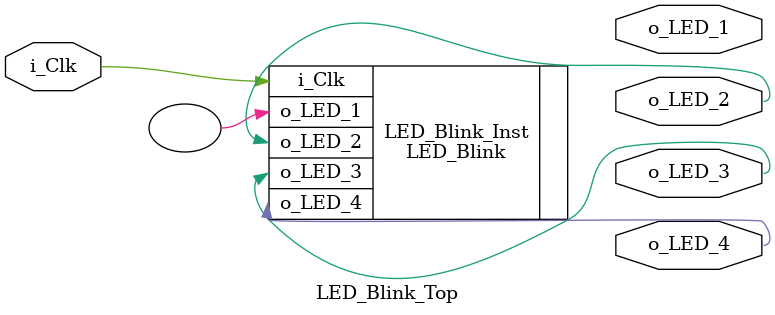
<source format=v>
module LED_Blink_Top
 (input  i_Clk,
  output o_LED_1,
  output o_LED_2,
  output o_LED_3,
  output o_LED_4);
 
  // Input clock is 25 MHz
  // Generics represent count values to which internals count
  // before toggling their LEDs
  LED_Blink #(.g_COUNT_10HZ(1250000), 
              .g_COUNT_5HZ(2500000), 
              .g_COUNT_2HZ(6250000),
              .g_COUNT_1HZ(12500000)) LED_Blink_Inst
    (.i_Clk(i_Clk),
     .o_LED_1(),    // this is perfectly OK to do
     .o_LED_2(o_LED_2),
     .o_LED_3(o_LED_3),
     .o_LED_4(o_LED_4));
 
endmodule
</source>
